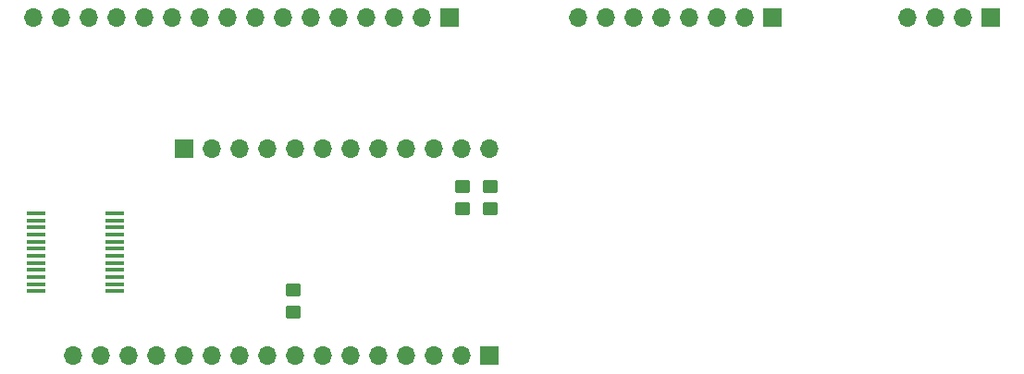
<source format=gbr>
%TF.GenerationSoftware,KiCad,Pcbnew,(6.0.1)*%
%TF.CreationDate,2023-01-23T14:34:39-05:00*%
%TF.ProjectId,blu_model_m,626c755f-6d6f-4646-956c-5f6d2e6b6963,rev?*%
%TF.SameCoordinates,PX2719c40PY3fe56c0*%
%TF.FileFunction,Soldermask,Top*%
%TF.FilePolarity,Negative*%
%FSLAX46Y46*%
G04 Gerber Fmt 4.6, Leading zero omitted, Abs format (unit mm)*
G04 Created by KiCad (PCBNEW (6.0.1)) date 2023-01-23 14:34:39*
%MOMM*%
%LPD*%
G01*
G04 APERTURE LIST*
G04 Aperture macros list*
%AMRoundRect*
0 Rectangle with rounded corners*
0 $1 Rounding radius*
0 $2 $3 $4 $5 $6 $7 $8 $9 X,Y pos of 4 corners*
0 Add a 4 corners polygon primitive as box body*
4,1,4,$2,$3,$4,$5,$6,$7,$8,$9,$2,$3,0*
0 Add four circle primitives for the rounded corners*
1,1,$1+$1,$2,$3*
1,1,$1+$1,$4,$5*
1,1,$1+$1,$6,$7*
1,1,$1+$1,$8,$9*
0 Add four rect primitives between the rounded corners*
20,1,$1+$1,$2,$3,$4,$5,0*
20,1,$1+$1,$4,$5,$6,$7,0*
20,1,$1+$1,$6,$7,$8,$9,0*
20,1,$1+$1,$8,$9,$2,$3,0*%
G04 Aperture macros list end*
%ADD10R,1.700000X1.700000*%
%ADD11O,1.700000X1.700000*%
%ADD12RoundRect,0.250000X-0.450000X0.350000X-0.450000X-0.350000X0.450000X-0.350000X0.450000X0.350000X0*%
%ADD13RoundRect,0.250000X0.450000X-0.350000X0.450000X0.350000X-0.450000X0.350000X-0.450000X-0.350000X0*%
%ADD14R,1.750000X0.450000*%
G04 APERTURE END LIST*
D10*
%TO.C,JP1*%
X19000000Y-16000000D03*
D11*
X21540000Y-16000000D03*
X24080000Y-16000000D03*
X26620000Y-16000000D03*
X29160000Y-16000000D03*
X31700000Y-16000000D03*
X34240000Y-16000000D03*
X36780000Y-16000000D03*
X39320000Y-16000000D03*
X41860000Y-16000000D03*
X44400000Y-16000000D03*
X46940000Y-16000000D03*
%TD*%
%TO.C,JP2*%
X8800000Y-35000000D03*
X11340000Y-35000000D03*
X13880000Y-35000000D03*
X16420000Y-35000000D03*
X18960000Y-35000000D03*
X21500000Y-35000000D03*
X24040000Y-35000000D03*
X26580000Y-35000000D03*
X29120000Y-35000000D03*
X31660000Y-35000000D03*
X34200000Y-35000000D03*
X36740000Y-35000000D03*
X39280000Y-35000000D03*
X41820000Y-35000000D03*
X44360000Y-35000000D03*
D10*
X46900000Y-35000000D03*
%TD*%
%TO.C,J3*%
X92800000Y-4025000D03*
D11*
X90260000Y-4025000D03*
X87720000Y-4025000D03*
X85180000Y-4025000D03*
%TD*%
D10*
%TO.C,J2*%
X72875000Y-4025000D03*
D11*
X70335000Y-4025000D03*
X67795000Y-4025000D03*
X65255000Y-4025000D03*
X62715000Y-4025000D03*
X60175000Y-4025000D03*
X57635000Y-4025000D03*
X55095000Y-4025000D03*
%TD*%
D10*
%TO.C,J1*%
X43320000Y-4000000D03*
D11*
X40780000Y-4000000D03*
X38240000Y-4000000D03*
X35700000Y-4000000D03*
X33160000Y-4000000D03*
X30620000Y-4000000D03*
X28080000Y-4000000D03*
X25540000Y-4000000D03*
X23000000Y-4000000D03*
X20460000Y-4000000D03*
X17920000Y-4000000D03*
X15380000Y-4000000D03*
X12840000Y-4000000D03*
X10300000Y-4000000D03*
X7760000Y-4000000D03*
X5220000Y-4000000D03*
%TD*%
D12*
%TO.C,R3*%
X29000000Y-29000000D03*
X29000000Y-31000000D03*
%TD*%
%TO.C,R2*%
X47000000Y-21500000D03*
X47000000Y-19500000D03*
%TD*%
D13*
%TO.C,R1*%
X44500000Y-19500000D03*
X44500000Y-21500000D03*
%TD*%
D14*
%TO.C,U1*%
X12600000Y-29075000D03*
X12600000Y-28425000D03*
X12600000Y-27775000D03*
X12600000Y-27125000D03*
X12600000Y-26475000D03*
X12600000Y-25825000D03*
X12600000Y-25175000D03*
X12600000Y-24525000D03*
X12600000Y-23875000D03*
X12600000Y-23225000D03*
X12600000Y-22575000D03*
X12600000Y-21925000D03*
X5400000Y-21925000D03*
X5400000Y-22575000D03*
X5400000Y-23225000D03*
X5400000Y-23875000D03*
X5400000Y-24525000D03*
X5400000Y-25175000D03*
X5400000Y-25825000D03*
X5400000Y-26475000D03*
X5400000Y-27125000D03*
X5400000Y-27775000D03*
X5400000Y-28425000D03*
X5400000Y-29075000D03*
%TD*%
M02*

</source>
